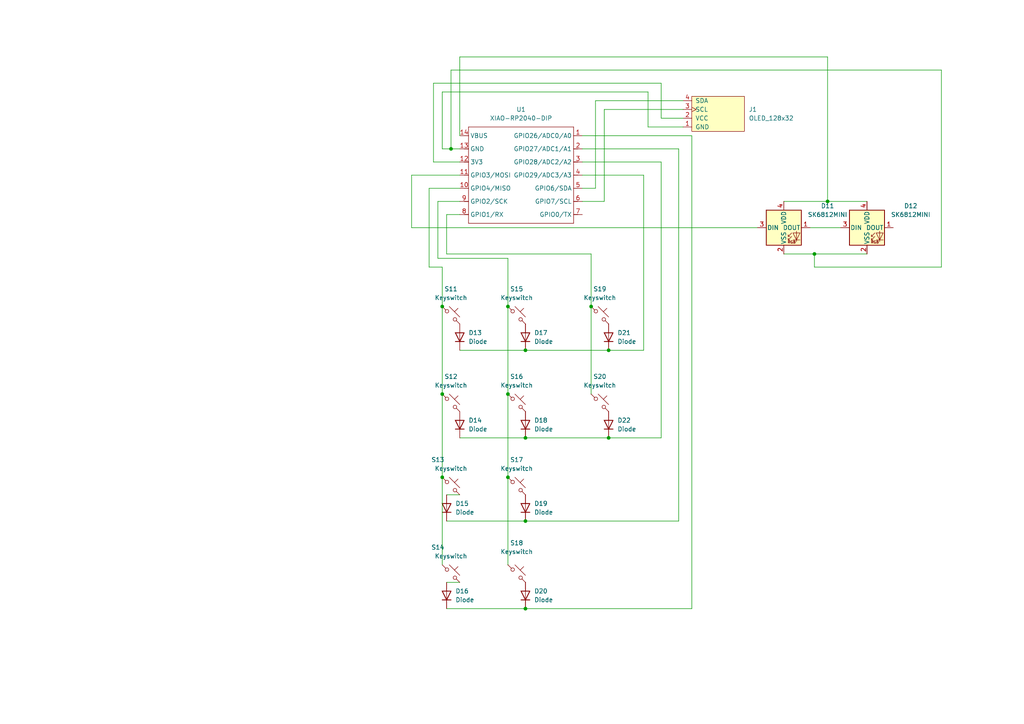
<source format=kicad_sch>
(kicad_sch
	(version 20231120)
	(generator "eeschema")
	(generator_version "8.0")
	(uuid "2e673fbb-7f52-46a3-ab42-1313c27ffebb")
	(paper "A4")
	(lib_symbols
		(symbol "LED:SK6812MINI"
			(pin_names
				(offset 0.254)
			)
			(exclude_from_sim no)
			(in_bom yes)
			(on_board yes)
			(property "Reference" "D"
				(at 5.08 5.715 0)
				(effects
					(font
						(size 1.27 1.27)
					)
					(justify right bottom)
				)
			)
			(property "Value" "SK6812MINI"
				(at 1.27 -5.715 0)
				(effects
					(font
						(size 1.27 1.27)
					)
					(justify left top)
				)
			)
			(property "Footprint" "LED_SMD:LED_SK6812MINI_PLCC4_3.5x3.5mm_P1.75mm"
				(at 1.27 -7.62 0)
				(effects
					(font
						(size 1.27 1.27)
					)
					(justify left top)
					(hide yes)
				)
			)
			(property "Datasheet" "https://cdn-shop.adafruit.com/product-files/2686/SK6812MINI_REV.01-1-2.pdf"
				(at 2.54 -9.525 0)
				(effects
					(font
						(size 1.27 1.27)
					)
					(justify left top)
					(hide yes)
				)
			)
			(property "Description" "RGB LED with integrated controller"
				(at 0 0 0)
				(effects
					(font
						(size 1.27 1.27)
					)
					(hide yes)
				)
			)
			(property "ki_keywords" "RGB LED NeoPixel Mini addressable"
				(at 0 0 0)
				(effects
					(font
						(size 1.27 1.27)
					)
					(hide yes)
				)
			)
			(property "ki_fp_filters" "LED*SK6812MINI*PLCC*3.5x3.5mm*P1.75mm*"
				(at 0 0 0)
				(effects
					(font
						(size 1.27 1.27)
					)
					(hide yes)
				)
			)
			(symbol "SK6812MINI_0_0"
				(text "RGB"
					(at 2.286 -4.191 0)
					(effects
						(font
							(size 0.762 0.762)
						)
					)
				)
			)
			(symbol "SK6812MINI_0_1"
				(polyline
					(pts
						(xy 1.27 -3.556) (xy 1.778 -3.556)
					)
					(stroke
						(width 0)
						(type default)
					)
					(fill
						(type none)
					)
				)
				(polyline
					(pts
						(xy 1.27 -2.54) (xy 1.778 -2.54)
					)
					(stroke
						(width 0)
						(type default)
					)
					(fill
						(type none)
					)
				)
				(polyline
					(pts
						(xy 4.699 -3.556) (xy 2.667 -3.556)
					)
					(stroke
						(width 0)
						(type default)
					)
					(fill
						(type none)
					)
				)
				(polyline
					(pts
						(xy 2.286 -2.54) (xy 1.27 -3.556) (xy 1.27 -3.048)
					)
					(stroke
						(width 0)
						(type default)
					)
					(fill
						(type none)
					)
				)
				(polyline
					(pts
						(xy 2.286 -1.524) (xy 1.27 -2.54) (xy 1.27 -2.032)
					)
					(stroke
						(width 0)
						(type default)
					)
					(fill
						(type none)
					)
				)
				(polyline
					(pts
						(xy 3.683 -1.016) (xy 3.683 -3.556) (xy 3.683 -4.064)
					)
					(stroke
						(width 0)
						(type default)
					)
					(fill
						(type none)
					)
				)
				(polyline
					(pts
						(xy 4.699 -1.524) (xy 2.667 -1.524) (xy 3.683 -3.556) (xy 4.699 -1.524)
					)
					(stroke
						(width 0)
						(type default)
					)
					(fill
						(type none)
					)
				)
				(rectangle
					(start 5.08 5.08)
					(end -5.08 -5.08)
					(stroke
						(width 0.254)
						(type default)
					)
					(fill
						(type background)
					)
				)
			)
			(symbol "SK6812MINI_1_1"
				(pin output line
					(at 7.62 0 180)
					(length 2.54)
					(name "DOUT"
						(effects
							(font
								(size 1.27 1.27)
							)
						)
					)
					(number "1"
						(effects
							(font
								(size 1.27 1.27)
							)
						)
					)
				)
				(pin power_in line
					(at 0 -7.62 90)
					(length 2.54)
					(name "VSS"
						(effects
							(font
								(size 1.27 1.27)
							)
						)
					)
					(number "2"
						(effects
							(font
								(size 1.27 1.27)
							)
						)
					)
				)
				(pin input line
					(at -7.62 0 0)
					(length 2.54)
					(name "DIN"
						(effects
							(font
								(size 1.27 1.27)
							)
						)
					)
					(number "3"
						(effects
							(font
								(size 1.27 1.27)
							)
						)
					)
				)
				(pin power_in line
					(at 0 7.62 270)
					(length 2.54)
					(name "VDD"
						(effects
							(font
								(size 1.27 1.27)
							)
						)
					)
					(number "4"
						(effects
							(font
								(size 1.27 1.27)
							)
						)
					)
				)
			)
		)
		(symbol "OPL:XIAO-RP2040-DIP"
			(exclude_from_sim no)
			(in_bom yes)
			(on_board yes)
			(property "Reference" "U"
				(at 0 0 0)
				(effects
					(font
						(size 1.27 1.27)
					)
				)
			)
			(property "Value" "XIAO-RP2040-DIP"
				(at 5.334 -1.778 0)
				(effects
					(font
						(size 1.27 1.27)
					)
				)
			)
			(property "Footprint" "Module:MOUDLE14P-XIAO-DIP-SMD"
				(at 14.478 -32.258 0)
				(effects
					(font
						(size 1.27 1.27)
					)
					(hide yes)
				)
			)
			(property "Datasheet" ""
				(at 0 0 0)
				(effects
					(font
						(size 1.27 1.27)
					)
					(hide yes)
				)
			)
			(property "Description" ""
				(at 0 0 0)
				(effects
					(font
						(size 1.27 1.27)
					)
					(hide yes)
				)
			)
			(symbol "XIAO-RP2040-DIP_1_0"
				(polyline
					(pts
						(xy -1.27 -30.48) (xy -1.27 -16.51)
					)
					(stroke
						(width 0.1524)
						(type solid)
					)
					(fill
						(type none)
					)
				)
				(polyline
					(pts
						(xy -1.27 -27.94) (xy -2.54 -27.94)
					)
					(stroke
						(width 0.1524)
						(type solid)
					)
					(fill
						(type none)
					)
				)
				(polyline
					(pts
						(xy -1.27 -24.13) (xy -2.54 -24.13)
					)
					(stroke
						(width 0.1524)
						(type solid)
					)
					(fill
						(type none)
					)
				)
				(polyline
					(pts
						(xy -1.27 -20.32) (xy -2.54 -20.32)
					)
					(stroke
						(width 0.1524)
						(type solid)
					)
					(fill
						(type none)
					)
				)
				(polyline
					(pts
						(xy -1.27 -16.51) (xy -2.54 -16.51)
					)
					(stroke
						(width 0.1524)
						(type solid)
					)
					(fill
						(type none)
					)
				)
				(polyline
					(pts
						(xy -1.27 -16.51) (xy -1.27 -12.7)
					)
					(stroke
						(width 0.1524)
						(type solid)
					)
					(fill
						(type none)
					)
				)
				(polyline
					(pts
						(xy -1.27 -12.7) (xy -2.54 -12.7)
					)
					(stroke
						(width 0.1524)
						(type solid)
					)
					(fill
						(type none)
					)
				)
				(polyline
					(pts
						(xy -1.27 -12.7) (xy -1.27 -8.89)
					)
					(stroke
						(width 0.1524)
						(type solid)
					)
					(fill
						(type none)
					)
				)
				(polyline
					(pts
						(xy -1.27 -8.89) (xy -2.54 -8.89)
					)
					(stroke
						(width 0.1524)
						(type solid)
					)
					(fill
						(type none)
					)
				)
				(polyline
					(pts
						(xy -1.27 -8.89) (xy -1.27 -5.08)
					)
					(stroke
						(width 0.1524)
						(type solid)
					)
					(fill
						(type none)
					)
				)
				(polyline
					(pts
						(xy -1.27 -5.08) (xy -2.54 -5.08)
					)
					(stroke
						(width 0.1524)
						(type solid)
					)
					(fill
						(type none)
					)
				)
				(polyline
					(pts
						(xy -1.27 -5.08) (xy -1.27 -2.54)
					)
					(stroke
						(width 0.1524)
						(type solid)
					)
					(fill
						(type none)
					)
				)
				(polyline
					(pts
						(xy -1.27 -2.54) (xy 29.21 -2.54)
					)
					(stroke
						(width 0.1524)
						(type solid)
					)
					(fill
						(type none)
					)
				)
				(polyline
					(pts
						(xy 29.21 -30.48) (xy -1.27 -30.48)
					)
					(stroke
						(width 0.1524)
						(type solid)
					)
					(fill
						(type none)
					)
				)
				(polyline
					(pts
						(xy 29.21 -12.7) (xy 29.21 -30.48)
					)
					(stroke
						(width 0.1524)
						(type solid)
					)
					(fill
						(type none)
					)
				)
				(polyline
					(pts
						(xy 29.21 -8.89) (xy 29.21 -12.7)
					)
					(stroke
						(width 0.1524)
						(type solid)
					)
					(fill
						(type none)
					)
				)
				(polyline
					(pts
						(xy 29.21 -5.08) (xy 29.21 -8.89)
					)
					(stroke
						(width 0.1524)
						(type solid)
					)
					(fill
						(type none)
					)
				)
				(polyline
					(pts
						(xy 29.21 -2.54) (xy 29.21 -5.08)
					)
					(stroke
						(width 0.1524)
						(type solid)
					)
					(fill
						(type none)
					)
				)
				(polyline
					(pts
						(xy 30.48 -27.94) (xy 29.21 -27.94)
					)
					(stroke
						(width 0.1524)
						(type solid)
					)
					(fill
						(type none)
					)
				)
				(polyline
					(pts
						(xy 30.48 -24.13) (xy 29.21 -24.13)
					)
					(stroke
						(width 0.1524)
						(type solid)
					)
					(fill
						(type none)
					)
				)
				(polyline
					(pts
						(xy 30.48 -20.32) (xy 29.21 -20.32)
					)
					(stroke
						(width 0.1524)
						(type solid)
					)
					(fill
						(type none)
					)
				)
				(polyline
					(pts
						(xy 30.48 -16.51) (xy 29.21 -16.51)
					)
					(stroke
						(width 0.1524)
						(type solid)
					)
					(fill
						(type none)
					)
				)
				(polyline
					(pts
						(xy 30.48 -12.7) (xy 29.21 -12.7)
					)
					(stroke
						(width 0.1524)
						(type solid)
					)
					(fill
						(type none)
					)
				)
				(polyline
					(pts
						(xy 30.48 -8.89) (xy 29.21 -8.89)
					)
					(stroke
						(width 0.1524)
						(type solid)
					)
					(fill
						(type none)
					)
				)
				(polyline
					(pts
						(xy 30.48 -5.08) (xy 29.21 -5.08)
					)
					(stroke
						(width 0.1524)
						(type solid)
					)
					(fill
						(type none)
					)
				)
				(pin passive line
					(at -3.81 -5.08 0)
					(length 2.54)
					(name "GPIO26/ADC0/A0"
						(effects
							(font
								(size 1.27 1.27)
							)
						)
					)
					(number "1"
						(effects
							(font
								(size 1.27 1.27)
							)
						)
					)
				)
				(pin passive line
					(at 31.75 -20.32 180)
					(length 2.54)
					(name "GPIO4/MISO"
						(effects
							(font
								(size 1.27 1.27)
							)
						)
					)
					(number "10"
						(effects
							(font
								(size 1.27 1.27)
							)
						)
					)
				)
				(pin passive line
					(at 31.75 -16.51 180)
					(length 2.54)
					(name "GPIO3/MOSI"
						(effects
							(font
								(size 1.27 1.27)
							)
						)
					)
					(number "11"
						(effects
							(font
								(size 1.27 1.27)
							)
						)
					)
				)
				(pin passive line
					(at 31.75 -12.7 180)
					(length 2.54)
					(name "3V3"
						(effects
							(font
								(size 1.27 1.27)
							)
						)
					)
					(number "12"
						(effects
							(font
								(size 1.27 1.27)
							)
						)
					)
				)
				(pin passive line
					(at 31.75 -8.89 180)
					(length 2.54)
					(name "GND"
						(effects
							(font
								(size 1.27 1.27)
							)
						)
					)
					(number "13"
						(effects
							(font
								(size 1.27 1.27)
							)
						)
					)
				)
				(pin passive line
					(at 31.75 -5.08 180)
					(length 2.54)
					(name "VBUS"
						(effects
							(font
								(size 1.27 1.27)
							)
						)
					)
					(number "14"
						(effects
							(font
								(size 1.27 1.27)
							)
						)
					)
				)
				(pin passive line
					(at -3.81 -8.89 0)
					(length 2.54)
					(name "GPIO27/ADC1/A1"
						(effects
							(font
								(size 1.27 1.27)
							)
						)
					)
					(number "2"
						(effects
							(font
								(size 1.27 1.27)
							)
						)
					)
				)
				(pin passive line
					(at -3.81 -12.7 0)
					(length 2.54)
					(name "GPIO28/ADC2/A2"
						(effects
							(font
								(size 1.27 1.27)
							)
						)
					)
					(number "3"
						(effects
							(font
								(size 1.27 1.27)
							)
						)
					)
				)
				(pin passive line
					(at -3.81 -16.51 0)
					(length 2.54)
					(name "GPIO29/ADC3/A3"
						(effects
							(font
								(size 1.27 1.27)
							)
						)
					)
					(number "4"
						(effects
							(font
								(size 1.27 1.27)
							)
						)
					)
				)
				(pin passive line
					(at -3.81 -20.32 0)
					(length 2.54)
					(name "GPIO6/SDA"
						(effects
							(font
								(size 1.27 1.27)
							)
						)
					)
					(number "5"
						(effects
							(font
								(size 1.27 1.27)
							)
						)
					)
				)
				(pin passive line
					(at -3.81 -24.13 0)
					(length 2.54)
					(name "GPIO7/SCL"
						(effects
							(font
								(size 1.27 1.27)
							)
						)
					)
					(number "6"
						(effects
							(font
								(size 1.27 1.27)
							)
						)
					)
				)
				(pin passive line
					(at -3.81 -27.94 0)
					(length 2.54)
					(name "GPIO0/TX"
						(effects
							(font
								(size 1.27 1.27)
							)
						)
					)
					(number "7"
						(effects
							(font
								(size 1.27 1.27)
							)
						)
					)
				)
				(pin passive line
					(at 31.75 -27.94 180)
					(length 2.54)
					(name "GPIO1/RX"
						(effects
							(font
								(size 1.27 1.27)
							)
						)
					)
					(number "8"
						(effects
							(font
								(size 1.27 1.27)
							)
						)
					)
				)
				(pin passive line
					(at 31.75 -24.13 180)
					(length 2.54)
					(name "GPIO2/SCK"
						(effects
							(font
								(size 1.27 1.27)
							)
						)
					)
					(number "9"
						(effects
							(font
								(size 1.27 1.27)
							)
						)
					)
				)
			)
		)
		(symbol "ScottoKeebs:OLED_128x32"
			(pin_names
				(offset 1.016)
			)
			(exclude_from_sim no)
			(in_bom yes)
			(on_board yes)
			(property "Reference" "J"
				(at 0 -6.35 0)
				(effects
					(font
						(size 1.27 1.27)
					)
				)
			)
			(property "Value" "OLED_128x32"
				(at 0 6.35 0)
				(effects
					(font
						(size 1.27 1.27)
					)
				)
			)
			(property "Footprint" "ScottoKeebs_Components:OLED_128x32"
				(at 0 8.89 0)
				(effects
					(font
						(size 1.27 1.27)
					)
					(hide yes)
				)
			)
			(property "Datasheet" ""
				(at 0 1.27 0)
				(effects
					(font
						(size 1.27 1.27)
					)
					(hide yes)
				)
			)
			(property "Description" ""
				(at 0 0 0)
				(effects
					(font
						(size 1.27 1.27)
					)
					(hide yes)
				)
			)
			(symbol "OLED_128x32_0_1"
				(rectangle
					(start 0 5.08)
					(end 15.24 -5.08)
					(stroke
						(width 0)
						(type default)
					)
					(fill
						(type background)
					)
				)
			)
			(symbol "OLED_128x32_1_1"
				(pin power_in line
					(at -2.54 -3.81 0)
					(length 2.54)
					(name "GND"
						(effects
							(font
								(size 1.27 1.27)
							)
						)
					)
					(number "1"
						(effects
							(font
								(size 1.27 1.27)
							)
						)
					)
				)
				(pin power_in line
					(at -2.54 -1.27 0)
					(length 2.54)
					(name "VCC"
						(effects
							(font
								(size 1.27 1.27)
							)
						)
					)
					(number "2"
						(effects
							(font
								(size 1.27 1.27)
							)
						)
					)
				)
				(pin input clock
					(at -2.54 1.27 0)
					(length 2.54)
					(name "SCL"
						(effects
							(font
								(size 1.27 1.27)
							)
						)
					)
					(number "3"
						(effects
							(font
								(size 1.27 1.27)
							)
						)
					)
				)
				(pin bidirectional line
					(at -2.54 3.81 0)
					(length 2.54)
					(name "SDA"
						(effects
							(font
								(size 1.27 1.27)
							)
						)
					)
					(number "4"
						(effects
							(font
								(size 1.27 1.27)
							)
						)
					)
				)
			)
		)
		(symbol "ScottoKeebs:Placeholder_Diode"
			(pin_numbers hide)
			(pin_names hide)
			(exclude_from_sim no)
			(in_bom yes)
			(on_board yes)
			(property "Reference" "D"
				(at 0 2.54 0)
				(effects
					(font
						(size 1.27 1.27)
					)
				)
			)
			(property "Value" "Diode"
				(at 0 -2.54 0)
				(effects
					(font
						(size 1.27 1.27)
					)
				)
			)
			(property "Footprint" ""
				(at 0 0 0)
				(effects
					(font
						(size 1.27 1.27)
					)
					(hide yes)
				)
			)
			(property "Datasheet" ""
				(at 0 0 0)
				(effects
					(font
						(size 1.27 1.27)
					)
					(hide yes)
				)
			)
			(property "Description" "1N4148 (DO-35) or 1N4148W (SOD-123)"
				(at 0 0 0)
				(effects
					(font
						(size 1.27 1.27)
					)
					(hide yes)
				)
			)
			(property "Sim.Device" "D"
				(at 0 0 0)
				(effects
					(font
						(size 1.27 1.27)
					)
					(hide yes)
				)
			)
			(property "Sim.Pins" "1=K 2=A"
				(at 0 0 0)
				(effects
					(font
						(size 1.27 1.27)
					)
					(hide yes)
				)
			)
			(property "ki_keywords" "diode"
				(at 0 0 0)
				(effects
					(font
						(size 1.27 1.27)
					)
					(hide yes)
				)
			)
			(property "ki_fp_filters" "D*DO?35*"
				(at 0 0 0)
				(effects
					(font
						(size 1.27 1.27)
					)
					(hide yes)
				)
			)
			(symbol "Placeholder_Diode_0_1"
				(polyline
					(pts
						(xy -1.27 1.27) (xy -1.27 -1.27)
					)
					(stroke
						(width 0.254)
						(type default)
					)
					(fill
						(type none)
					)
				)
				(polyline
					(pts
						(xy 1.27 0) (xy -1.27 0)
					)
					(stroke
						(width 0)
						(type default)
					)
					(fill
						(type none)
					)
				)
				(polyline
					(pts
						(xy 1.27 1.27) (xy 1.27 -1.27) (xy -1.27 0) (xy 1.27 1.27)
					)
					(stroke
						(width 0.254)
						(type default)
					)
					(fill
						(type none)
					)
				)
			)
			(symbol "Placeholder_Diode_1_1"
				(pin passive line
					(at -3.81 0 0)
					(length 2.54)
					(name "K"
						(effects
							(font
								(size 1.27 1.27)
							)
						)
					)
					(number "1"
						(effects
							(font
								(size 1.27 1.27)
							)
						)
					)
				)
				(pin passive line
					(at 3.81 0 180)
					(length 2.54)
					(name "A"
						(effects
							(font
								(size 1.27 1.27)
							)
						)
					)
					(number "2"
						(effects
							(font
								(size 1.27 1.27)
							)
						)
					)
				)
			)
		)
		(symbol "ScottoKeebs:Placeholder_Keyswitch"
			(pin_numbers hide)
			(pin_names
				(offset 1.016) hide)
			(exclude_from_sim no)
			(in_bom yes)
			(on_board yes)
			(property "Reference" "S"
				(at 3.048 1.016 0)
				(effects
					(font
						(size 1.27 1.27)
					)
					(justify left)
				)
			)
			(property "Value" "Keyswitch"
				(at 0 -3.81 0)
				(effects
					(font
						(size 1.27 1.27)
					)
				)
			)
			(property "Footprint" ""
				(at 0 0 0)
				(effects
					(font
						(size 1.27 1.27)
					)
					(hide yes)
				)
			)
			(property "Datasheet" "~"
				(at 0 0 0)
				(effects
					(font
						(size 1.27 1.27)
					)
					(hide yes)
				)
			)
			(property "Description" "Push button switch, normally open, two pins, 45° tilted"
				(at 0 0 0)
				(effects
					(font
						(size 1.27 1.27)
					)
					(hide yes)
				)
			)
			(property "ki_keywords" "switch normally-open pushbutton push-button"
				(at 0 0 0)
				(effects
					(font
						(size 1.27 1.27)
					)
					(hide yes)
				)
			)
			(symbol "Placeholder_Keyswitch_0_1"
				(circle
					(center -1.1684 1.1684)
					(radius 0.508)
					(stroke
						(width 0)
						(type default)
					)
					(fill
						(type none)
					)
				)
				(polyline
					(pts
						(xy -0.508 2.54) (xy 2.54 -0.508)
					)
					(stroke
						(width 0)
						(type default)
					)
					(fill
						(type none)
					)
				)
				(polyline
					(pts
						(xy 1.016 1.016) (xy 2.032 2.032)
					)
					(stroke
						(width 0)
						(type default)
					)
					(fill
						(type none)
					)
				)
				(polyline
					(pts
						(xy -2.54 2.54) (xy -1.524 1.524) (xy -1.524 1.524)
					)
					(stroke
						(width 0)
						(type default)
					)
					(fill
						(type none)
					)
				)
				(polyline
					(pts
						(xy 1.524 -1.524) (xy 2.54 -2.54) (xy 2.54 -2.54) (xy 2.54 -2.54)
					)
					(stroke
						(width 0)
						(type default)
					)
					(fill
						(type none)
					)
				)
				(circle
					(center 1.143 -1.1938)
					(radius 0.508)
					(stroke
						(width 0)
						(type default)
					)
					(fill
						(type none)
					)
				)
				(pin passive line
					(at -2.54 2.54 0)
					(length 0)
					(name "1"
						(effects
							(font
								(size 1.27 1.27)
							)
						)
					)
					(number "1"
						(effects
							(font
								(size 1.27 1.27)
							)
						)
					)
				)
				(pin passive line
					(at 2.54 -2.54 180)
					(length 0)
					(name "2"
						(effects
							(font
								(size 1.27 1.27)
							)
						)
					)
					(number "2"
						(effects
							(font
								(size 1.27 1.27)
							)
						)
					)
				)
			)
		)
	)
	(junction
		(at 240.03 58.42)
		(diameter 0)
		(color 0 0 0 0)
		(uuid "1b8a1c07-d300-4f5b-a5c4-b466cde49db1")
	)
	(junction
		(at 128.27 88.9)
		(diameter 0)
		(color 0 0 0 0)
		(uuid "1cc26c4f-099f-4980-a711-7f610f650aed")
	)
	(junction
		(at 128.27 138.43)
		(diameter 0)
		(color 0 0 0 0)
		(uuid "21f45b48-0cb5-43cf-a669-73248c155edb")
	)
	(junction
		(at 171.45 88.9)
		(diameter 0)
		(color 0 0 0 0)
		(uuid "24931467-8a75-4877-905a-735002a2ce34")
	)
	(junction
		(at 147.32 88.9)
		(diameter 0)
		(color 0 0 0 0)
		(uuid "2fe31cea-74b1-4f28-b360-df28605c8d89")
	)
	(junction
		(at 152.4 176.53)
		(diameter 0)
		(color 0 0 0 0)
		(uuid "38061e80-03ce-4574-8db6-defa3a5f4d6a")
	)
	(junction
		(at 128.27 114.3)
		(diameter 0)
		(color 0 0 0 0)
		(uuid "54e88773-f169-4287-8dc6-756220845ebc")
	)
	(junction
		(at 130.81 43.18)
		(diameter 0)
		(color 0 0 0 0)
		(uuid "560fb053-7254-4320-8807-24f83b0ff44d")
	)
	(junction
		(at 176.53 101.6)
		(diameter 0)
		(color 0 0 0 0)
		(uuid "5966b543-d9bf-446e-9553-68fb915beaa5")
	)
	(junction
		(at 236.22 73.66)
		(diameter 0)
		(color 0 0 0 0)
		(uuid "5f8a62cf-2145-47ff-a957-1e2f892233a5")
	)
	(junction
		(at 152.4 127)
		(diameter 0)
		(color 0 0 0 0)
		(uuid "6de7115f-bc2d-4f56-8dd9-7c121d2b75dc")
	)
	(junction
		(at 147.32 138.43)
		(diameter 0)
		(color 0 0 0 0)
		(uuid "77a63a2d-8056-4ccd-b7d8-b19898167884")
	)
	(junction
		(at 147.32 114.3)
		(diameter 0)
		(color 0 0 0 0)
		(uuid "873dc2b0-4215-4158-92e9-5cb635fe56a4")
	)
	(junction
		(at 152.4 151.13)
		(diameter 0)
		(color 0 0 0 0)
		(uuid "8d032ced-f400-4ab9-b28a-85317217451d")
	)
	(junction
		(at 152.4 101.6)
		(diameter 0)
		(color 0 0 0 0)
		(uuid "e3b64523-f709-42a2-8ff1-43de58a8ad5c")
	)
	(junction
		(at 176.53 127)
		(diameter 0)
		(color 0 0 0 0)
		(uuid "ffa452e9-99de-4325-ad6b-4ce15b7ab072")
	)
	(wire
		(pts
			(xy 187.96 26.67) (xy 128.27 26.67)
		)
		(stroke
			(width 0)
			(type default)
		)
		(uuid "0213a206-a6eb-407e-887d-cbe857e12e80")
	)
	(wire
		(pts
			(xy 152.4 151.13) (xy 196.85 151.13)
		)
		(stroke
			(width 0)
			(type default)
		)
		(uuid "04a3f858-c451-478c-8a06-59df45395e6b")
	)
	(wire
		(pts
			(xy 234.95 66.04) (xy 243.84 66.04)
		)
		(stroke
			(width 0)
			(type default)
		)
		(uuid "055cecff-512c-488c-a115-ac94234bb02a")
	)
	(wire
		(pts
			(xy 128.27 88.9) (xy 128.27 77.47)
		)
		(stroke
			(width 0)
			(type default)
		)
		(uuid "05c35f1e-b8f2-4de4-948f-781d88a4a054")
	)
	(wire
		(pts
			(xy 119.38 66.04) (xy 119.38 50.8)
		)
		(stroke
			(width 0)
			(type default)
		)
		(uuid "130a1113-4359-4888-8441-84cbd1683861")
	)
	(wire
		(pts
			(xy 186.69 101.6) (xy 186.69 50.8)
		)
		(stroke
			(width 0)
			(type default)
		)
		(uuid "1a136a32-4fff-4639-9e37-2c3e239b592f")
	)
	(wire
		(pts
			(xy 171.45 73.66) (xy 171.45 88.9)
		)
		(stroke
			(width 0)
			(type default)
		)
		(uuid "2192d710-f86f-4613-8d39-979b052e9177")
	)
	(wire
		(pts
			(xy 196.85 43.18) (xy 196.85 151.13)
		)
		(stroke
			(width 0)
			(type default)
		)
		(uuid "227b3e73-f874-4116-83dd-9bd153af893f")
	)
	(wire
		(pts
			(xy 191.77 34.29) (xy 191.77 24.13)
		)
		(stroke
			(width 0)
			(type default)
		)
		(uuid "2375ff0f-1167-4280-83d5-0341b1ecea4c")
	)
	(wire
		(pts
			(xy 128.27 138.43) (xy 128.27 114.3)
		)
		(stroke
			(width 0)
			(type default)
		)
		(uuid "24ee9e98-4717-4930-b0bb-e41e282308c9")
	)
	(wire
		(pts
			(xy 128.27 26.67) (xy 128.27 43.18)
		)
		(stroke
			(width 0)
			(type default)
		)
		(uuid "2862bd3b-ed64-4242-8728-1b802914fe0f")
	)
	(wire
		(pts
			(xy 127 74.93) (xy 127 58.42)
		)
		(stroke
			(width 0)
			(type default)
		)
		(uuid "295ac599-2d17-4940-aa0c-fa362ff9482e")
	)
	(wire
		(pts
			(xy 130.81 20.32) (xy 130.81 43.18)
		)
		(stroke
			(width 0)
			(type default)
		)
		(uuid "2e3e88e6-3d23-4b29-82f3-ab1645af47a2")
	)
	(wire
		(pts
			(xy 128.27 77.47) (xy 124.46 77.47)
		)
		(stroke
			(width 0)
			(type default)
		)
		(uuid "2fb2e9dd-ab8f-4f60-856b-d62a9603ce74")
	)
	(wire
		(pts
			(xy 130.81 43.18) (xy 133.35 43.18)
		)
		(stroke
			(width 0)
			(type default)
		)
		(uuid "2ffae90a-c9b9-43a5-9b2e-aaadc2d53b36")
	)
	(wire
		(pts
			(xy 124.46 77.47) (xy 124.46 54.61)
		)
		(stroke
			(width 0)
			(type default)
		)
		(uuid "3140ed48-353f-46e5-b747-23143a192536")
	)
	(wire
		(pts
			(xy 219.71 66.04) (xy 119.38 66.04)
		)
		(stroke
			(width 0)
			(type default)
		)
		(uuid "35f680aa-5525-4bfc-89c4-8f16708d82cd")
	)
	(wire
		(pts
			(xy 240.03 16.51) (xy 133.35 16.51)
		)
		(stroke
			(width 0)
			(type default)
		)
		(uuid "37582439-eccd-4896-a8a3-b809bfd4a029")
	)
	(wire
		(pts
			(xy 127 58.42) (xy 133.35 58.42)
		)
		(stroke
			(width 0)
			(type default)
		)
		(uuid "38303dcd-7244-4080-b733-a8a21507a544")
	)
	(wire
		(pts
			(xy 125.73 46.99) (xy 133.35 46.99)
		)
		(stroke
			(width 0)
			(type default)
		)
		(uuid "39eae208-59e0-4123-ae1f-d0e823b3cae9")
	)
	(wire
		(pts
			(xy 147.32 88.9) (xy 147.32 114.3)
		)
		(stroke
			(width 0)
			(type default)
		)
		(uuid "3d756955-2772-410b-a324-b4dc2612250a")
	)
	(wire
		(pts
			(xy 129.54 62.23) (xy 133.35 62.23)
		)
		(stroke
			(width 0)
			(type default)
		)
		(uuid "43dd995f-dcee-45d7-81cf-e33dcba420c0")
	)
	(wire
		(pts
			(xy 147.32 74.93) (xy 147.32 88.9)
		)
		(stroke
			(width 0)
			(type default)
		)
		(uuid "4561244c-1847-4a1b-8a27-72a3575ec616")
	)
	(wire
		(pts
			(xy 128.27 138.43) (xy 128.27 163.83)
		)
		(stroke
			(width 0)
			(type default)
		)
		(uuid "47907c16-e9ad-4ffd-9ac4-11ddd09ec942")
	)
	(wire
		(pts
			(xy 227.33 73.66) (xy 236.22 73.66)
		)
		(stroke
			(width 0)
			(type default)
		)
		(uuid "50b25931-4616-4c5d-95a4-53b30c82bf06")
	)
	(wire
		(pts
			(xy 200.66 176.53) (xy 200.66 39.37)
		)
		(stroke
			(width 0)
			(type default)
		)
		(uuid "521fccb2-ecf9-436b-b727-11ad24a3fea4")
	)
	(wire
		(pts
			(xy 273.05 20.32) (xy 130.81 20.32)
		)
		(stroke
			(width 0)
			(type default)
		)
		(uuid "57e4431a-a587-4a83-b9f9-7dec0fa08321")
	)
	(wire
		(pts
			(xy 187.96 36.83) (xy 187.96 26.67)
		)
		(stroke
			(width 0)
			(type default)
		)
		(uuid "5edf7ed6-31fe-42b3-89ff-b135066eb3f2")
	)
	(wire
		(pts
			(xy 133.35 101.6) (xy 152.4 101.6)
		)
		(stroke
			(width 0)
			(type default)
		)
		(uuid "6eb749a1-8eeb-4ea3-be14-b68ede9293b2")
	)
	(wire
		(pts
			(xy 147.32 114.3) (xy 147.32 138.43)
		)
		(stroke
			(width 0)
			(type default)
		)
		(uuid "731038ba-1923-4314-9664-fa63b5be28b8")
	)
	(wire
		(pts
			(xy 240.03 58.42) (xy 251.46 58.42)
		)
		(stroke
			(width 0)
			(type default)
		)
		(uuid "7735ea1b-dbc7-4c6e-85b5-5ad9c9cc9e62")
	)
	(wire
		(pts
			(xy 227.33 58.42) (xy 240.03 58.42)
		)
		(stroke
			(width 0)
			(type default)
		)
		(uuid "77c3eb5c-67a6-4a80-a1dc-0024634dee42")
	)
	(wire
		(pts
			(xy 191.77 24.13) (xy 125.73 24.13)
		)
		(stroke
			(width 0)
			(type default)
		)
		(uuid "7aba910e-85de-461f-907b-b82d464d9112")
	)
	(wire
		(pts
			(xy 133.35 127) (xy 152.4 127)
		)
		(stroke
			(width 0)
			(type default)
		)
		(uuid "7fbc714e-e153-45fc-9670-ed294e880f75")
	)
	(wire
		(pts
			(xy 172.72 29.21) (xy 172.72 54.61)
		)
		(stroke
			(width 0)
			(type default)
		)
		(uuid "8280155c-6972-40b6-8c72-1847b9264359")
	)
	(wire
		(pts
			(xy 171.45 73.66) (xy 129.54 73.66)
		)
		(stroke
			(width 0)
			(type default)
		)
		(uuid "848e3c4d-9671-49fb-bd72-12e1493dc294")
	)
	(wire
		(pts
			(xy 273.05 77.47) (xy 273.05 20.32)
		)
		(stroke
			(width 0)
			(type default)
		)
		(uuid "86d77f24-e05f-40a1-9015-c9f56883197d")
	)
	(wire
		(pts
			(xy 196.85 43.18) (xy 168.91 43.18)
		)
		(stroke
			(width 0)
			(type default)
		)
		(uuid "8ae408c9-a7fe-4a02-a1c2-0b3c09db5231")
	)
	(wire
		(pts
			(xy 125.73 24.13) (xy 125.73 46.99)
		)
		(stroke
			(width 0)
			(type default)
		)
		(uuid "8c1f18b5-2b78-40f1-8d02-0905cdc0621a")
	)
	(wire
		(pts
			(xy 198.12 29.21) (xy 172.72 29.21)
		)
		(stroke
			(width 0)
			(type default)
		)
		(uuid "8f0aaa8b-c189-4623-8e86-cf1ef99cf555")
	)
	(wire
		(pts
			(xy 176.53 101.6) (xy 186.69 101.6)
		)
		(stroke
			(width 0)
			(type default)
		)
		(uuid "8f44db1c-6d0c-4102-84d4-ba255406b922")
	)
	(wire
		(pts
			(xy 129.54 168.91) (xy 133.35 168.91)
		)
		(stroke
			(width 0)
			(type default)
		)
		(uuid "8fa3eb22-8a3f-4447-93ce-0aefefe01843")
	)
	(wire
		(pts
			(xy 191.77 46.99) (xy 168.91 46.99)
		)
		(stroke
			(width 0)
			(type default)
		)
		(uuid "9021b417-80e8-4211-bfef-744b29591944")
	)
	(wire
		(pts
			(xy 133.35 16.51) (xy 133.35 39.37)
		)
		(stroke
			(width 0)
			(type default)
		)
		(uuid "96cc3779-4be3-4f24-930f-e1e30d8c6699")
	)
	(wire
		(pts
			(xy 152.4 101.6) (xy 176.53 101.6)
		)
		(stroke
			(width 0)
			(type default)
		)
		(uuid "9833c809-3976-4d42-82fb-3a320ace81aa")
	)
	(wire
		(pts
			(xy 198.12 34.29) (xy 191.77 34.29)
		)
		(stroke
			(width 0)
			(type default)
		)
		(uuid "99b49e2d-9c51-43f4-941c-1e190b3d4406")
	)
	(wire
		(pts
			(xy 128.27 88.9) (xy 128.27 114.3)
		)
		(stroke
			(width 0)
			(type default)
		)
		(uuid "9d731b81-d1c8-42ed-8533-d009dee5acec")
	)
	(wire
		(pts
			(xy 236.22 73.66) (xy 251.46 73.66)
		)
		(stroke
			(width 0)
			(type default)
		)
		(uuid "9d8b3e25-caa8-442b-807a-95a0f5d7b427")
	)
	(wire
		(pts
			(xy 129.54 176.53) (xy 152.4 176.53)
		)
		(stroke
			(width 0)
			(type default)
		)
		(uuid "9da88bed-360b-4482-97f2-0630e3f1b700")
	)
	(wire
		(pts
			(xy 236.22 77.47) (xy 273.05 77.47)
		)
		(stroke
			(width 0)
			(type default)
		)
		(uuid "a1e78541-b70c-422a-8b69-2e0ad072fad5")
	)
	(wire
		(pts
			(xy 119.38 50.8) (xy 133.35 50.8)
		)
		(stroke
			(width 0)
			(type default)
		)
		(uuid "a2234dad-3051-49d7-a6a0-a12d590343a8")
	)
	(wire
		(pts
			(xy 124.46 54.61) (xy 133.35 54.61)
		)
		(stroke
			(width 0)
			(type default)
		)
		(uuid "a5304358-e2b7-4d76-b871-e2149baf85dd")
	)
	(wire
		(pts
			(xy 191.77 127) (xy 191.77 46.99)
		)
		(stroke
			(width 0)
			(type default)
		)
		(uuid "a5dced31-1c00-4614-b5bb-f9601e03e423")
	)
	(wire
		(pts
			(xy 175.26 58.42) (xy 168.91 58.42)
		)
		(stroke
			(width 0)
			(type default)
		)
		(uuid "aaa4ef4c-1558-44af-9b35-c89368e2f334")
	)
	(wire
		(pts
			(xy 129.54 151.13) (xy 152.4 151.13)
		)
		(stroke
			(width 0)
			(type default)
		)
		(uuid "b28aae57-7ed8-47ed-90ff-f1b2380df678")
	)
	(wire
		(pts
			(xy 198.12 36.83) (xy 187.96 36.83)
		)
		(stroke
			(width 0)
			(type default)
		)
		(uuid "b298f892-3492-449e-addc-b2e45a3a3f14")
	)
	(wire
		(pts
			(xy 171.45 88.9) (xy 171.45 114.3)
		)
		(stroke
			(width 0)
			(type default)
		)
		(uuid "b4a1c668-2a05-4314-9197-58d5403545bc")
	)
	(wire
		(pts
			(xy 147.32 74.93) (xy 127 74.93)
		)
		(stroke
			(width 0)
			(type default)
		)
		(uuid "bce91f1e-ca2e-49c2-b8ba-15c56ba44a95")
	)
	(wire
		(pts
			(xy 240.03 58.42) (xy 240.03 16.51)
		)
		(stroke
			(width 0)
			(type default)
		)
		(uuid "c14ed465-a889-4741-8c42-05aee31fda9f")
	)
	(wire
		(pts
			(xy 129.54 143.51) (xy 133.35 143.51)
		)
		(stroke
			(width 0)
			(type default)
		)
		(uuid "c3783e6e-d72e-4fb1-8f60-596d705f2daf")
	)
	(wire
		(pts
			(xy 175.26 31.75) (xy 175.26 58.42)
		)
		(stroke
			(width 0)
			(type default)
		)
		(uuid "c9958725-965c-4dc9-9dba-77d1bda4cbc1")
	)
	(wire
		(pts
			(xy 152.4 127) (xy 176.53 127)
		)
		(stroke
			(width 0)
			(type default)
		)
		(uuid "c9cce1e4-9578-447b-baa0-30f1488778c5")
	)
	(wire
		(pts
			(xy 200.66 39.37) (xy 168.91 39.37)
		)
		(stroke
			(width 0)
			(type default)
		)
		(uuid "cf24f6a5-0e44-4ebe-b442-cfdd23752b9f")
	)
	(wire
		(pts
			(xy 128.27 43.18) (xy 130.81 43.18)
		)
		(stroke
			(width 0)
			(type default)
		)
		(uuid "dd2ee596-c654-4563-a11b-b3ae04f8c2a3")
	)
	(wire
		(pts
			(xy 129.54 73.66) (xy 129.54 62.23)
		)
		(stroke
			(width 0)
			(type default)
		)
		(uuid "dd3d6fd4-a330-4524-842e-5f5335dd05bb")
	)
	(wire
		(pts
			(xy 176.53 127) (xy 191.77 127)
		)
		(stroke
			(width 0)
			(type default)
		)
		(uuid "e15ac7dd-0463-499f-9347-55fa45232f20")
	)
	(wire
		(pts
			(xy 172.72 54.61) (xy 168.91 54.61)
		)
		(stroke
			(width 0)
			(type default)
		)
		(uuid "e44b264d-f3c8-4892-b15f-2d331fe11e69")
	)
	(wire
		(pts
			(xy 198.12 31.75) (xy 175.26 31.75)
		)
		(stroke
			(width 0)
			(type default)
		)
		(uuid "ead10e94-74ac-4ecb-bad0-659890e31524")
	)
	(wire
		(pts
			(xy 152.4 176.53) (xy 200.66 176.53)
		)
		(stroke
			(width 0)
			(type default)
		)
		(uuid "f33394c4-6d30-4d10-86d3-07af9d0d21f1")
	)
	(wire
		(pts
			(xy 147.32 138.43) (xy 147.32 163.83)
		)
		(stroke
			(width 0)
			(type default)
		)
		(uuid "f915be40-122b-41dc-95dc-8e37a9d676c5")
	)
	(wire
		(pts
			(xy 186.69 50.8) (xy 168.91 50.8)
		)
		(stroke
			(width 0)
			(type default)
		)
		(uuid "f94eb6c7-c73b-4eaf-98af-767e8f46e15b")
	)
	(wire
		(pts
			(xy 236.22 73.66) (xy 236.22 77.47)
		)
		(stroke
			(width 0)
			(type default)
		)
		(uuid "fd934e0b-83be-4121-a41c-ea4600d59fc9")
	)
	(symbol
		(lib_id "ScottoKeebs:Placeholder_Diode")
		(at 176.53 123.19 90)
		(unit 1)
		(exclude_from_sim no)
		(in_bom yes)
		(on_board yes)
		(dnp no)
		(fields_autoplaced yes)
		(uuid "167c8e09-e410-424d-a58d-c9350e333d57")
		(property "Reference" "D22"
			(at 179.07 121.9199 90)
			(effects
				(font
					(size 1.27 1.27)
				)
				(justify right)
			)
		)
		(property "Value" "Diode"
			(at 179.07 124.4599 90)
			(effects
				(font
					(size 1.27 1.27)
				)
				(justify right)
			)
		)
		(property "Footprint" "ScottoKeebs_Components:Diode_DO-35"
			(at 176.53 123.19 0)
			(effects
				(font
					(size 1.27 1.27)
				)
				(hide yes)
			)
		)
		(property "Datasheet" ""
			(at 176.53 123.19 0)
			(effects
				(font
					(size 1.27 1.27)
				)
				(hide yes)
			)
		)
		(property "Description" "1N4148 (DO-35) or 1N4148W (SOD-123)"
			(at 176.53 123.19 0)
			(effects
				(font
					(size 1.27 1.27)
				)
				(hide yes)
			)
		)
		(property "Sim.Device" "D"
			(at 176.53 123.19 0)
			(effects
				(font
					(size 1.27 1.27)
				)
				(hide yes)
			)
		)
		(property "Sim.Pins" "1=K 2=A"
			(at 176.53 123.19 0)
			(effects
				(font
					(size 1.27 1.27)
				)
				(hide yes)
			)
		)
		(pin "2"
			(uuid "8530843d-ba26-47fc-a722-aa56e984aa5c")
		)
		(pin "1"
			(uuid "f8f2cf58-5df2-46b3-84a0-994626d476ae")
		)
		(instances
			(project "Console"
				(path "/2e673fbb-7f52-46a3-ab42-1313c27ffebb"
					(reference "D22")
					(unit 1)
				)
			)
		)
	)
	(symbol
		(lib_id "ScottoKeebs:Placeholder_Keyswitch")
		(at 149.86 116.84 0)
		(unit 1)
		(exclude_from_sim no)
		(in_bom yes)
		(on_board yes)
		(dnp no)
		(fields_autoplaced yes)
		(uuid "187082aa-ce22-4414-a462-41c123b42c10")
		(property "Reference" "S16"
			(at 149.86 109.22 0)
			(effects
				(font
					(size 1.27 1.27)
				)
			)
		)
		(property "Value" "Keyswitch"
			(at 149.86 111.76 0)
			(effects
				(font
					(size 1.27 1.27)
				)
			)
		)
		(property "Footprint" "Button_Switch_Keyboard:SW_Cherry_MX_1.00u_PCB"
			(at 149.86 116.84 0)
			(effects
				(font
					(size 1.27 1.27)
				)
				(hide yes)
			)
		)
		(property "Datasheet" "~"
			(at 149.86 116.84 0)
			(effects
				(font
					(size 1.27 1.27)
				)
				(hide yes)
			)
		)
		(property "Description" "Push button switch, normally open, two pins, 45° tilted"
			(at 149.86 116.84 0)
			(effects
				(font
					(size 1.27 1.27)
				)
				(hide yes)
			)
		)
		(pin "2"
			(uuid "19c53bf4-8808-450f-b58e-5898195cc65d")
		)
		(pin "1"
			(uuid "3b026e86-b467-4d62-aba7-435b0747799b")
		)
		(instances
			(project "Console"
				(path "/2e673fbb-7f52-46a3-ab42-1313c27ffebb"
					(reference "S16")
					(unit 1)
				)
			)
		)
	)
	(symbol
		(lib_id "ScottoKeebs:Placeholder_Diode")
		(at 176.53 97.79 90)
		(unit 1)
		(exclude_from_sim no)
		(in_bom yes)
		(on_board yes)
		(dnp no)
		(fields_autoplaced yes)
		(uuid "1bcef867-fc77-406a-8e34-94120dbf9b63")
		(property "Reference" "D21"
			(at 179.07 96.5199 90)
			(effects
				(font
					(size 1.27 1.27)
				)
				(justify right)
			)
		)
		(property "Value" "Diode"
			(at 179.07 99.0599 90)
			(effects
				(font
					(size 1.27 1.27)
				)
				(justify right)
			)
		)
		(property "Footprint" "ScottoKeebs_Components:Diode_DO-35"
			(at 176.53 97.79 0)
			(effects
				(font
					(size 1.27 1.27)
				)
				(hide yes)
			)
		)
		(property "Datasheet" ""
			(at 176.53 97.79 0)
			(effects
				(font
					(size 1.27 1.27)
				)
				(hide yes)
			)
		)
		(property "Description" "1N4148 (DO-35) or 1N4148W (SOD-123)"
			(at 176.53 97.79 0)
			(effects
				(font
					(size 1.27 1.27)
				)
				(hide yes)
			)
		)
		(property "Sim.Device" "D"
			(at 176.53 97.79 0)
			(effects
				(font
					(size 1.27 1.27)
				)
				(hide yes)
			)
		)
		(property "Sim.Pins" "1=K 2=A"
			(at 176.53 97.79 0)
			(effects
				(font
					(size 1.27 1.27)
				)
				(hide yes)
			)
		)
		(pin "2"
			(uuid "f338f4cf-b497-4e5e-851e-4666d3de4ccc")
		)
		(pin "1"
			(uuid "373ee822-654c-4cca-a0c4-4ff2fd335771")
		)
		(instances
			(project "Console"
				(path "/2e673fbb-7f52-46a3-ab42-1313c27ffebb"
					(reference "D21")
					(unit 1)
				)
			)
		)
	)
	(symbol
		(lib_id "ScottoKeebs:Placeholder_Diode")
		(at 152.4 97.79 90)
		(unit 1)
		(exclude_from_sim no)
		(in_bom yes)
		(on_board yes)
		(dnp no)
		(fields_autoplaced yes)
		(uuid "26a7816c-6d46-499e-9796-43e6008857df")
		(property "Reference" "D17"
			(at 154.94 96.5199 90)
			(effects
				(font
					(size 1.27 1.27)
				)
				(justify right)
			)
		)
		(property "Value" "Diode"
			(at 154.94 99.0599 90)
			(effects
				(font
					(size 1.27 1.27)
				)
				(justify right)
			)
		)
		(property "Footprint" "ScottoKeebs_Components:Diode_DO-35"
			(at 152.4 97.79 0)
			(effects
				(font
					(size 1.27 1.27)
				)
				(hide yes)
			)
		)
		(property "Datasheet" ""
			(at 152.4 97.79 0)
			(effects
				(font
					(size 1.27 1.27)
				)
				(hide yes)
			)
		)
		(property "Description" "1N4148 (DO-35) or 1N4148W (SOD-123)"
			(at 152.4 97.79 0)
			(effects
				(font
					(size 1.27 1.27)
				)
				(hide yes)
			)
		)
		(property "Sim.Device" "D"
			(at 152.4 97.79 0)
			(effects
				(font
					(size 1.27 1.27)
				)
				(hide yes)
			)
		)
		(property "Sim.Pins" "1=K 2=A"
			(at 152.4 97.79 0)
			(effects
				(font
					(size 1.27 1.27)
				)
				(hide yes)
			)
		)
		(pin "2"
			(uuid "667af602-b46c-44fc-add7-6e18b7fb74e9")
		)
		(pin "1"
			(uuid "72bbb484-f9e6-4f8a-928a-2e4227dac7bd")
		)
		(instances
			(project "Console"
				(path "/2e673fbb-7f52-46a3-ab42-1313c27ffebb"
					(reference "D17")
					(unit 1)
				)
			)
		)
	)
	(symbol
		(lib_id "ScottoKeebs:Placeholder_Keyswitch")
		(at 130.81 116.84 0)
		(unit 1)
		(exclude_from_sim no)
		(in_bom yes)
		(on_board yes)
		(dnp no)
		(fields_autoplaced yes)
		(uuid "29f44135-94a6-46d5-9605-a7e3dbf09791")
		(property "Reference" "S12"
			(at 130.81 109.22 0)
			(effects
				(font
					(size 1.27 1.27)
				)
			)
		)
		(property "Value" "Keyswitch"
			(at 130.81 111.76 0)
			(effects
				(font
					(size 1.27 1.27)
				)
			)
		)
		(property "Footprint" "Button_Switch_Keyboard:SW_Cherry_MX_1.00u_PCB"
			(at 130.81 116.84 0)
			(effects
				(font
					(size 1.27 1.27)
				)
				(hide yes)
			)
		)
		(property "Datasheet" "~"
			(at 130.81 116.84 0)
			(effects
				(font
					(size 1.27 1.27)
				)
				(hide yes)
			)
		)
		(property "Description" "Push button switch, normally open, two pins, 45° tilted"
			(at 130.81 116.84 0)
			(effects
				(font
					(size 1.27 1.27)
				)
				(hide yes)
			)
		)
		(pin "2"
			(uuid "4437f47e-ecad-4f0f-be65-79ae7db3ad3d")
		)
		(pin "1"
			(uuid "dca8678d-a8b2-4226-9e55-605729cc481c")
		)
		(instances
			(project "Console"
				(path "/2e673fbb-7f52-46a3-ab42-1313c27ffebb"
					(reference "S12")
					(unit 1)
				)
			)
		)
	)
	(symbol
		(lib_id "ScottoKeebs:Placeholder_Keyswitch")
		(at 130.81 140.97 0)
		(unit 1)
		(exclude_from_sim no)
		(in_bom yes)
		(on_board yes)
		(dnp no)
		(uuid "3597b605-cde0-4298-a0ed-0b00f463ddad")
		(property "Reference" "S13"
			(at 127 133.35 0)
			(effects
				(font
					(size 1.27 1.27)
				)
			)
		)
		(property "Value" "Keyswitch"
			(at 130.81 135.89 0)
			(effects
				(font
					(size 1.27 1.27)
				)
			)
		)
		(property "Footprint" "Button_Switch_Keyboard:SW_Cherry_MX_1.00u_PCB"
			(at 130.81 140.97 0)
			(effects
				(font
					(size 1.27 1.27)
				)
				(hide yes)
			)
		)
		(property "Datasheet" "~"
			(at 130.81 140.97 0)
			(effects
				(font
					(size 1.27 1.27)
				)
				(hide yes)
			)
		)
		(property "Description" "Push button switch, normally open, two pins, 45° tilted"
			(at 130.81 140.97 0)
			(effects
				(font
					(size 1.27 1.27)
				)
				(hide yes)
			)
		)
		(pin "2"
			(uuid "5e71726f-5a42-430c-b126-7429b115375e")
		)
		(pin "1"
			(uuid "ce6830f5-b950-41c9-b957-d3a58ecd87a1")
		)
		(instances
			(project "Console"
				(path "/2e673fbb-7f52-46a3-ab42-1313c27ffebb"
					(reference "S13")
					(unit 1)
				)
			)
		)
	)
	(symbol
		(lib_id "ScottoKeebs:Placeholder_Diode")
		(at 152.4 172.72 90)
		(unit 1)
		(exclude_from_sim no)
		(in_bom yes)
		(on_board yes)
		(dnp no)
		(fields_autoplaced yes)
		(uuid "399f04c9-4c67-4e82-b8c0-ff02a970f980")
		(property "Reference" "D20"
			(at 154.94 171.4499 90)
			(effects
				(font
					(size 1.27 1.27)
				)
				(justify right)
			)
		)
		(property "Value" "Diode"
			(at 154.94 173.9899 90)
			(effects
				(font
					(size 1.27 1.27)
				)
				(justify right)
			)
		)
		(property "Footprint" "ScottoKeebs_Components:Diode_DO-35"
			(at 152.4 172.72 0)
			(effects
				(font
					(size 1.27 1.27)
				)
				(hide yes)
			)
		)
		(property "Datasheet" ""
			(at 152.4 172.72 0)
			(effects
				(font
					(size 1.27 1.27)
				)
				(hide yes)
			)
		)
		(property "Description" "1N4148 (DO-35) or 1N4148W (SOD-123)"
			(at 152.4 172.72 0)
			(effects
				(font
					(size 1.27 1.27)
				)
				(hide yes)
			)
		)
		(property "Sim.Device" "D"
			(at 152.4 172.72 0)
			(effects
				(font
					(size 1.27 1.27)
				)
				(hide yes)
			)
		)
		(property "Sim.Pins" "1=K 2=A"
			(at 152.4 172.72 0)
			(effects
				(font
					(size 1.27 1.27)
				)
				(hide yes)
			)
		)
		(pin "2"
			(uuid "6b460de3-7f61-4821-b8b4-1511244f6635")
		)
		(pin "1"
			(uuid "bb490b0a-8ab9-4b15-9b04-208f234f5d71")
		)
		(instances
			(project "Console"
				(path "/2e673fbb-7f52-46a3-ab42-1313c27ffebb"
					(reference "D20")
					(unit 1)
				)
			)
		)
	)
	(symbol
		(lib_id "LED:SK6812MINI")
		(at 251.46 66.04 0)
		(unit 1)
		(exclude_from_sim no)
		(in_bom yes)
		(on_board yes)
		(dnp no)
		(fields_autoplaced yes)
		(uuid "43b33c22-f4a0-4773-9b94-c26c593c4a8f")
		(property "Reference" "D12"
			(at 264.16 59.7214 0)
			(effects
				(font
					(size 1.27 1.27)
				)
			)
		)
		(property "Value" "SK6812MINI"
			(at 264.16 62.2614 0)
			(effects
				(font
					(size 1.27 1.27)
				)
			)
		)
		(property "Footprint" "LED_SMD:LED_SK6812MINI_PLCC4_3.5x3.5mm_P1.75mm"
			(at 252.73 73.66 0)
			(effects
				(font
					(size 1.27 1.27)
				)
				(justify left top)
				(hide yes)
			)
		)
		(property "Datasheet" "https://cdn-shop.adafruit.com/product-files/2686/SK6812MINI_REV.01-1-2.pdf"
			(at 254 75.565 0)
			(effects
				(font
					(size 1.27 1.27)
				)
				(justify left top)
				(hide yes)
			)
		)
		(property "Description" "RGB LED with integrated controller"
			(at 251.46 66.04 0)
			(effects
				(font
					(size 1.27 1.27)
				)
				(hide yes)
			)
		)
		(pin "1"
			(uuid "74a56fff-d8d7-45fa-87e0-c1f54791b73f")
		)
		(pin "3"
			(uuid "6f1c28d6-e1b0-4309-b79c-dc6672b98f77")
		)
		(pin "2"
			(uuid "ea1ea5bc-b1b3-4e1a-adac-a2b33698ca39")
		)
		(pin "4"
			(uuid "29aca12f-aa6e-4026-9782-93745ff9dd68")
		)
		(instances
			(project "Console"
				(path "/2e673fbb-7f52-46a3-ab42-1313c27ffebb"
					(reference "D12")
					(unit 1)
				)
			)
		)
	)
	(symbol
		(lib_id "LED:SK6812MINI")
		(at 227.33 66.04 0)
		(unit 1)
		(exclude_from_sim no)
		(in_bom yes)
		(on_board yes)
		(dnp no)
		(fields_autoplaced yes)
		(uuid "515a6181-47d1-4e99-b07f-06e39dde15a9")
		(property "Reference" "D11"
			(at 240.03 59.7214 0)
			(effects
				(font
					(size 1.27 1.27)
				)
			)
		)
		(property "Value" "SK6812MINI"
			(at 240.03 62.2614 0)
			(effects
				(font
					(size 1.27 1.27)
				)
			)
		)
		(property "Footprint" "LED_SMD:LED_SK6812MINI_PLCC4_3.5x3.5mm_P1.75mm"
			(at 228.6 73.66 0)
			(effects
				(font
					(size 1.27 1.27)
				)
				(justify left top)
				(hide yes)
			)
		)
		(property "Datasheet" "https://cdn-shop.adafruit.com/product-files/2686/SK6812MINI_REV.01-1-2.pdf"
			(at 229.87 75.565 0)
			(effects
				(font
					(size 1.27 1.27)
				)
				(justify left top)
				(hide yes)
			)
		)
		(property "Description" "RGB LED with integrated controller"
			(at 227.33 66.04 0)
			(effects
				(font
					(size 1.27 1.27)
				)
				(hide yes)
			)
		)
		(pin "1"
			(uuid "5ecae2b0-deb5-4d30-be13-1f853539428d")
		)
		(pin "3"
			(uuid "e71931c2-e4a1-46d2-93de-34def03162c5")
		)
		(pin "2"
			(uuid "2f4e84db-dc54-49a2-8303-84bd5c7e701f")
		)
		(pin "4"
			(uuid "237bb593-a827-4f13-8eb9-732c2839e843")
		)
		(instances
			(project ""
				(path "/2e673fbb-7f52-46a3-ab42-1313c27ffebb"
					(reference "D11")
					(unit 1)
				)
			)
		)
	)
	(symbol
		(lib_id "ScottoKeebs:Placeholder_Keyswitch")
		(at 173.99 91.44 0)
		(unit 1)
		(exclude_from_sim no)
		(in_bom yes)
		(on_board yes)
		(dnp no)
		(fields_autoplaced yes)
		(uuid "615d40a0-cab1-4098-9e84-82320b2e6cf2")
		(property "Reference" "S19"
			(at 173.99 83.82 0)
			(effects
				(font
					(size 1.27 1.27)
				)
			)
		)
		(property "Value" "Keyswitch"
			(at 173.99 86.36 0)
			(effects
				(font
					(size 1.27 1.27)
				)
			)
		)
		(property "Footprint" "Button_Switch_Keyboard:SW_Cherry_MX_1.00u_PCB"
			(at 173.99 91.44 0)
			(effects
				(font
					(size 1.27 1.27)
				)
				(hide yes)
			)
		)
		(property "Datasheet" "~"
			(at 173.99 91.44 0)
			(effects
				(font
					(size 1.27 1.27)
				)
				(hide yes)
			)
		)
		(property "Description" "Push button switch, normally open, two pins, 45° tilted"
			(at 173.99 91.44 0)
			(effects
				(font
					(size 1.27 1.27)
				)
				(hide yes)
			)
		)
		(pin "2"
			(uuid "2f386873-5808-44bd-818c-f10e3c026053")
		)
		(pin "1"
			(uuid "478d07c0-3a81-4fe0-905a-3d680f2d4bea")
		)
		(instances
			(project "Console"
				(path "/2e673fbb-7f52-46a3-ab42-1313c27ffebb"
					(reference "S19")
					(unit 1)
				)
			)
		)
	)
	(symbol
		(lib_id "ScottoKeebs:Placeholder_Keyswitch")
		(at 130.81 91.44 0)
		(unit 1)
		(exclude_from_sim no)
		(in_bom yes)
		(on_board yes)
		(dnp no)
		(fields_autoplaced yes)
		(uuid "63fe72cc-5b81-4eef-89f6-7621bbaea256")
		(property "Reference" "S11"
			(at 130.81 83.82 0)
			(effects
				(font
					(size 1.27 1.27)
				)
			)
		)
		(property "Value" "Keyswitch"
			(at 130.81 86.36 0)
			(effects
				(font
					(size 1.27 1.27)
				)
			)
		)
		(property "Footprint" "Button_Switch_Keyboard:SW_Cherry_MX_1.00u_PCB"
			(at 130.81 91.44 0)
			(effects
				(font
					(size 1.27 1.27)
				)
				(hide yes)
			)
		)
		(property "Datasheet" "~"
			(at 130.81 91.44 0)
			(effects
				(font
					(size 1.27 1.27)
				)
				(hide yes)
			)
		)
		(property "Description" "Push button switch, normally open, two pins, 45° tilted"
			(at 130.81 91.44 0)
			(effects
				(font
					(size 1.27 1.27)
				)
				(hide yes)
			)
		)
		(pin "2"
			(uuid "09571caa-8416-4c8e-b2e9-057bd7fcb540")
		)
		(pin "1"
			(uuid "ba31737e-a8e2-4b5b-9330-3ac8d79b8ece")
		)
		(instances
			(project "Console"
				(path "/2e673fbb-7f52-46a3-ab42-1313c27ffebb"
					(reference "S11")
					(unit 1)
				)
			)
		)
	)
	(symbol
		(lib_id "ScottoKeebs:Placeholder_Diode")
		(at 133.35 123.19 90)
		(unit 1)
		(exclude_from_sim no)
		(in_bom yes)
		(on_board yes)
		(dnp no)
		(fields_autoplaced yes)
		(uuid "72a7e790-ab4a-47f9-847d-fadd9583eee6")
		(property "Reference" "D14"
			(at 135.89 121.9199 90)
			(effects
				(font
					(size 1.27 1.27)
				)
				(justify right)
			)
		)
		(property "Value" "Diode"
			(at 135.89 124.4599 90)
			(effects
				(font
					(size 1.27 1.27)
				)
				(justify right)
			)
		)
		(property "Footprint" "ScottoKeebs_Components:Diode_DO-35"
			(at 133.35 123.19 0)
			(effects
				(font
					(size 1.27 1.27)
				)
				(hide yes)
			)
		)
		(property "Datasheet" ""
			(at 133.35 123.19 0)
			(effects
				(font
					(size 1.27 1.27)
				)
				(hide yes)
			)
		)
		(property "Description" "1N4148 (DO-35) or 1N4148W (SOD-123)"
			(at 133.35 123.19 0)
			(effects
				(font
					(size 1.27 1.27)
				)
				(hide yes)
			)
		)
		(property "Sim.Device" "D"
			(at 133.35 123.19 0)
			(effects
				(font
					(size 1.27 1.27)
				)
				(hide yes)
			)
		)
		(property "Sim.Pins" "1=K 2=A"
			(at 133.35 123.19 0)
			(effects
				(font
					(size 1.27 1.27)
				)
				(hide yes)
			)
		)
		(pin "2"
			(uuid "b55c4583-5067-4c1b-a63c-8d75d69ba807")
		)
		(pin "1"
			(uuid "6108e246-33f5-4e5c-84b5-df1df6ac9dc4")
		)
		(instances
			(project "Console"
				(path "/2e673fbb-7f52-46a3-ab42-1313c27ffebb"
					(reference "D14")
					(unit 1)
				)
			)
		)
	)
	(symbol
		(lib_id "ScottoKeebs:Placeholder_Keyswitch")
		(at 173.99 116.84 0)
		(unit 1)
		(exclude_from_sim no)
		(in_bom yes)
		(on_board yes)
		(dnp no)
		(fields_autoplaced yes)
		(uuid "784ed54c-8d0c-484b-9a26-bb055ddf4811")
		(property "Reference" "S20"
			(at 173.99 109.22 0)
			(effects
				(font
					(size 1.27 1.27)
				)
			)
		)
		(property "Value" "Keyswitch"
			(at 173.99 111.76 0)
			(effects
				(font
					(size 1.27 1.27)
				)
			)
		)
		(property "Footprint" "Button_Switch_Keyboard:SW_Cherry_MX_1.00u_PCB"
			(at 173.99 116.84 0)
			(effects
				(font
					(size 1.27 1.27)
				)
				(hide yes)
			)
		)
		(property "Datasheet" "~"
			(at 173.99 116.84 0)
			(effects
				(font
					(size 1.27 1.27)
				)
				(hide yes)
			)
		)
		(property "Description" "Push button switch, normally open, two pins, 45° tilted"
			(at 173.99 116.84 0)
			(effects
				(font
					(size 1.27 1.27)
				)
				(hide yes)
			)
		)
		(pin "2"
			(uuid "bd0c5bef-9205-4ff6-9ac2-7441643fa014")
		)
		(pin "1"
			(uuid "119a0d53-fb25-42fb-9f5f-a032effeb3b4")
		)
		(instances
			(project "Console"
				(path "/2e673fbb-7f52-46a3-ab42-1313c27ffebb"
					(reference "S20")
					(unit 1)
				)
			)
		)
	)
	(symbol
		(lib_id "ScottoKeebs:Placeholder_Diode")
		(at 129.54 147.32 90)
		(unit 1)
		(exclude_from_sim no)
		(in_bom yes)
		(on_board yes)
		(dnp no)
		(fields_autoplaced yes)
		(uuid "8335d3ae-3609-458d-9a37-86ab88e3a178")
		(property "Reference" "D15"
			(at 132.08 146.0499 90)
			(effects
				(font
					(size 1.27 1.27)
				)
				(justify right)
			)
		)
		(property "Value" "Diode"
			(at 132.08 148.5899 90)
			(effects
				(font
					(size 1.27 1.27)
				)
				(justify right)
			)
		)
		(property "Footprint" "ScottoKeebs_Components:Diode_DO-35"
			(at 129.54 147.32 0)
			(effects
				(font
					(size 1.27 1.27)
				)
				(hide yes)
			)
		)
		(property "Datasheet" ""
			(at 129.54 147.32 0)
			(effects
				(font
					(size 1.27 1.27)
				)
				(hide yes)
			)
		)
		(property "Description" "1N4148 (DO-35) or 1N4148W (SOD-123)"
			(at 129.54 147.32 0)
			(effects
				(font
					(size 1.27 1.27)
				)
				(hide yes)
			)
		)
		(property "Sim.Device" "D"
			(at 129.54 147.32 0)
			(effects
				(font
					(size 1.27 1.27)
				)
				(hide yes)
			)
		)
		(property "Sim.Pins" "1=K 2=A"
			(at 129.54 147.32 0)
			(effects
				(font
					(size 1.27 1.27)
				)
				(hide yes)
			)
		)
		(pin "2"
			(uuid "d441e378-6ddc-474a-8fc7-23c336c3402b")
		)
		(pin "1"
			(uuid "4b90b6f3-dff9-4071-bbd0-8b6f35183d99")
		)
		(instances
			(project "Console"
				(path "/2e673fbb-7f52-46a3-ab42-1313c27ffebb"
					(reference "D15")
					(unit 1)
				)
			)
		)
	)
	(symbol
		(lib_id "ScottoKeebs:Placeholder_Diode")
		(at 129.54 172.72 90)
		(unit 1)
		(exclude_from_sim no)
		(in_bom yes)
		(on_board yes)
		(dnp no)
		(fields_autoplaced yes)
		(uuid "8ea033d5-58c4-4ab8-a289-928ab4e3f06e")
		(property "Reference" "D16"
			(at 132.08 171.4499 90)
			(effects
				(font
					(size 1.27 1.27)
				)
				(justify right)
			)
		)
		(property "Value" "Diode"
			(at 132.08 173.9899 90)
			(effects
				(font
					(size 1.27 1.27)
				)
				(justify right)
			)
		)
		(property "Footprint" "ScottoKeebs_Components:Diode_DO-35"
			(at 129.54 172.72 0)
			(effects
				(font
					(size 1.27 1.27)
				)
				(hide yes)
			)
		)
		(property "Datasheet" ""
			(at 129.54 172.72 0)
			(effects
				(font
					(size 1.27 1.27)
				)
				(hide yes)
			)
		)
		(property "Description" "1N4148 (DO-35) or 1N4148W (SOD-123)"
			(at 129.54 172.72 0)
			(effects
				(font
					(size 1.27 1.27)
				)
				(hide yes)
			)
		)
		(property "Sim.Device" "D"
			(at 129.54 172.72 0)
			(effects
				(font
					(size 1.27 1.27)
				)
				(hide yes)
			)
		)
		(property "Sim.Pins" "1=K 2=A"
			(at 129.54 172.72 0)
			(effects
				(font
					(size 1.27 1.27)
				)
				(hide yes)
			)
		)
		(pin "2"
			(uuid "5069af41-f708-4151-b363-5957a5310ad4")
		)
		(pin "1"
			(uuid "1768d1b3-7d9e-424d-b725-a2162ee1d763")
		)
		(instances
			(project "Console"
				(path "/2e673fbb-7f52-46a3-ab42-1313c27ffebb"
					(reference "D16")
					(unit 1)
				)
			)
		)
	)
	(symbol
		(lib_id "OPL:XIAO-RP2040-DIP")
		(at 165.1 34.29 0)
		(mirror y)
		(unit 1)
		(exclude_from_sim no)
		(in_bom yes)
		(on_board yes)
		(dnp no)
		(uuid "8ea178cb-3a2f-47f1-9d56-648d0e06291e")
		(property "Reference" "U1"
			(at 151.13 31.75 0)
			(effects
				(font
					(size 1.27 1.27)
				)
			)
		)
		(property "Value" "XIAO-RP2040-DIP"
			(at 151.13 34.29 0)
			(effects
				(font
					(size 1.27 1.27)
				)
			)
		)
		(property "Footprint" "OPL:XIAO-RP2040-DIP"
			(at 150.622 66.548 0)
			(effects
				(font
					(size 1.27 1.27)
				)
				(hide yes)
			)
		)
		(property "Datasheet" ""
			(at 165.1 34.29 0)
			(effects
				(font
					(size 1.27 1.27)
				)
				(hide yes)
			)
		)
		(property "Description" ""
			(at 165.1 34.29 0)
			(effects
				(font
					(size 1.27 1.27)
				)
				(hide yes)
			)
		)
		(pin "10"
			(uuid "6e088805-7e4f-43b2-bc39-68c2270b0c83")
		)
		(pin "2"
			(uuid "446d72f1-d236-4094-aab5-cfd911f84597")
		)
		(pin "8"
			(uuid "8c6d07e6-4fa0-4c15-941c-b799a39a605b")
		)
		(pin "1"
			(uuid "08397c1a-c59e-40a0-8db5-cb72ea4d3cc3")
		)
		(pin "11"
			(uuid "cbedd2dd-b180-4492-b2b2-9c045a3f956a")
		)
		(pin "12"
			(uuid "ffb15c16-1765-4b2d-9268-9ecb15521541")
		)
		(pin "14"
			(uuid "49c77ca8-8570-49d9-8149-375ac204c3b2")
		)
		(pin "13"
			(uuid "d29b9ce9-5924-4498-b181-249fe269eedc")
		)
		(pin "3"
			(uuid "8dcbe40d-9eb7-40ae-925c-9ef0190b515f")
		)
		(pin "4"
			(uuid "284b8efd-0f22-433f-bb7b-75050155a80c")
		)
		(pin "5"
			(uuid "391b0cde-d65e-4fc9-baf0-f8474bab0a08")
		)
		(pin "6"
			(uuid "ce9ff40c-5e42-42c3-9029-9763142f36d5")
		)
		(pin "7"
			(uuid "e7d19f33-e1d3-438d-b0f9-bf5966cc35bb")
		)
		(pin "9"
			(uuid "5f9bd57f-deb5-40dc-a152-eec5fe3e60d1")
		)
		(instances
			(project ""
				(path "/2e673fbb-7f52-46a3-ab42-1313c27ffebb"
					(reference "U1")
					(unit 1)
				)
			)
		)
	)
	(symbol
		(lib_id "ScottoKeebs:Placeholder_Diode")
		(at 152.4 147.32 90)
		(unit 1)
		(exclude_from_sim no)
		(in_bom yes)
		(on_board yes)
		(dnp no)
		(fields_autoplaced yes)
		(uuid "b307cece-6dc2-4f21-ae19-6352ef12d699")
		(property "Reference" "D19"
			(at 154.94 146.0499 90)
			(effects
				(font
					(size 1.27 1.27)
				)
				(justify right)
			)
		)
		(property "Value" "Diode"
			(at 154.94 148.5899 90)
			(effects
				(font
					(size 1.27 1.27)
				)
				(justify right)
			)
		)
		(property "Footprint" "ScottoKeebs_Components:Diode_DO-35"
			(at 152.4 147.32 0)
			(effects
				(font
					(size 1.27 1.27)
				)
				(hide yes)
			)
		)
		(property "Datasheet" ""
			(at 152.4 147.32 0)
			(effects
				(font
					(size 1.27 1.27)
				)
				(hide yes)
			)
		)
		(property "Description" "1N4148 (DO-35) or 1N4148W (SOD-123)"
			(at 152.4 147.32 0)
			(effects
				(font
					(size 1.27 1.27)
				)
				(hide yes)
			)
		)
		(property "Sim.Device" "D"
			(at 152.4 147.32 0)
			(effects
				(font
					(size 1.27 1.27)
				)
				(hide yes)
			)
		)
		(property "Sim.Pins" "1=K 2=A"
			(at 152.4 147.32 0)
			(effects
				(font
					(size 1.27 1.27)
				)
				(hide yes)
			)
		)
		(pin "2"
			(uuid "68876941-0bf2-488f-9b7a-ad97b058d52d")
		)
		(pin "1"
			(uuid "8908bad7-1ede-42f6-8e1c-15eedc8b49b4")
		)
		(instances
			(project "Console"
				(path "/2e673fbb-7f52-46a3-ab42-1313c27ffebb"
					(reference "D19")
					(unit 1)
				)
			)
		)
	)
	(symbol
		(lib_id "ScottoKeebs:Placeholder_Diode")
		(at 133.35 97.79 90)
		(unit 1)
		(exclude_from_sim no)
		(in_bom yes)
		(on_board yes)
		(dnp no)
		(fields_autoplaced yes)
		(uuid "b5bf4127-fad8-476c-b20a-f6c385726fcf")
		(property "Reference" "D13"
			(at 135.89 96.5199 90)
			(effects
				(font
					(size 1.27 1.27)
				)
				(justify right)
			)
		)
		(property "Value" "Diode"
			(at 135.89 99.0599 90)
			(effects
				(font
					(size 1.27 1.27)
				)
				(justify right)
			)
		)
		(property "Footprint" "ScottoKeebs_Components:Diode_DO-35"
			(at 133.35 97.79 0)
			(effects
				(font
					(size 1.27 1.27)
				)
				(hide yes)
			)
		)
		(property "Datasheet" ""
			(at 133.35 97.79 0)
			(effects
				(font
					(size 1.27 1.27)
				)
				(hide yes)
			)
		)
		(property "Description" "1N4148 (DO-35) or 1N4148W (SOD-123)"
			(at 133.35 97.79 0)
			(effects
				(font
					(size 1.27 1.27)
				)
				(hide yes)
			)
		)
		(property "Sim.Device" "D"
			(at 133.35 97.79 0)
			(effects
				(font
					(size 1.27 1.27)
				)
				(hide yes)
			)
		)
		(property "Sim.Pins" "1=K 2=A"
			(at 133.35 97.79 0)
			(effects
				(font
					(size 1.27 1.27)
				)
				(hide yes)
			)
		)
		(pin "2"
			(uuid "1b4c0737-472d-4742-b9e2-01766056aa0e")
		)
		(pin "1"
			(uuid "9f115149-3381-4ea2-8416-ce9e120d17d8")
		)
		(instances
			(project "Console"
				(path "/2e673fbb-7f52-46a3-ab42-1313c27ffebb"
					(reference "D13")
					(unit 1)
				)
			)
		)
	)
	(symbol
		(lib_id "ScottoKeebs:Placeholder_Keyswitch")
		(at 149.86 140.97 0)
		(unit 1)
		(exclude_from_sim no)
		(in_bom yes)
		(on_board yes)
		(dnp no)
		(fields_autoplaced yes)
		(uuid "b850cd8f-e875-46da-bf20-4f9c29aedbb3")
		(property "Reference" "S17"
			(at 149.86 133.35 0)
			(effects
				(font
					(size 1.27 1.27)
				)
			)
		)
		(property "Value" "Keyswitch"
			(at 149.86 135.89 0)
			(effects
				(font
					(size 1.27 1.27)
				)
			)
		)
		(property "Footprint" "Button_Switch_Keyboard:SW_Cherry_MX_1.00u_PCB"
			(at 149.86 140.97 0)
			(effects
				(font
					(size 1.27 1.27)
				)
				(hide yes)
			)
		)
		(property "Datasheet" "~"
			(at 149.86 140.97 0)
			(effects
				(font
					(size 1.27 1.27)
				)
				(hide yes)
			)
		)
		(property "Description" "Push button switch, normally open, two pins, 45° tilted"
			(at 149.86 140.97 0)
			(effects
				(font
					(size 1.27 1.27)
				)
				(hide yes)
			)
		)
		(pin "2"
			(uuid "98cee41b-a94c-40e3-959b-6ed11d11d5a5")
		)
		(pin "1"
			(uuid "f21bac1a-633a-4b6e-89ba-3361988c60a6")
		)
		(instances
			(project "Console"
				(path "/2e673fbb-7f52-46a3-ab42-1313c27ffebb"
					(reference "S17")
					(unit 1)
				)
			)
		)
	)
	(symbol
		(lib_id "ScottoKeebs:Placeholder_Keyswitch")
		(at 130.81 166.37 0)
		(unit 1)
		(exclude_from_sim no)
		(in_bom yes)
		(on_board yes)
		(dnp no)
		(uuid "bc54b6a1-8e59-46d6-81c4-a6c193803b76")
		(property "Reference" "S14"
			(at 127 158.75 0)
			(effects
				(font
					(size 1.27 1.27)
				)
			)
		)
		(property "Value" "Keyswitch"
			(at 130.81 161.29 0)
			(effects
				(font
					(size 1.27 1.27)
				)
			)
		)
		(property "Footprint" "Button_Switch_Keyboard:SW_Cherry_MX_1.00u_PCB"
			(at 130.81 166.37 0)
			(effects
				(font
					(size 1.27 1.27)
				)
				(hide yes)
			)
		)
		(property "Datasheet" "~"
			(at 130.81 166.37 0)
			(effects
				(font
					(size 1.27 1.27)
				)
				(hide yes)
			)
		)
		(property "Description" "Push button switch, normally open, two pins, 45° tilted"
			(at 130.81 166.37 0)
			(effects
				(font
					(size 1.27 1.27)
				)
				(hide yes)
			)
		)
		(pin "2"
			(uuid "b7d0fb59-d1fb-4f42-9d49-037fb0553ebc")
		)
		(pin "1"
			(uuid "dfc1afa7-c3b9-4c4a-b6bf-0f5a408fdc6a")
		)
		(instances
			(project "Console"
				(path "/2e673fbb-7f52-46a3-ab42-1313c27ffebb"
					(reference "S14")
					(unit 1)
				)
			)
		)
	)
	(symbol
		(lib_id "ScottoKeebs:Placeholder_Keyswitch")
		(at 149.86 91.44 0)
		(unit 1)
		(exclude_from_sim no)
		(in_bom yes)
		(on_board yes)
		(dnp no)
		(fields_autoplaced yes)
		(uuid "e4118f83-18a4-45d3-b5c7-36a5956e50b2")
		(property "Reference" "S15"
			(at 149.86 83.82 0)
			(effects
				(font
					(size 1.27 1.27)
				)
			)
		)
		(property "Value" "Keyswitch"
			(at 149.86 86.36 0)
			(effects
				(font
					(size 1.27 1.27)
				)
			)
		)
		(property "Footprint" "Button_Switch_Keyboard:SW_Cherry_MX_1.00u_PCB"
			(at 149.86 91.44 0)
			(effects
				(font
					(size 1.27 1.27)
				)
				(hide yes)
			)
		)
		(property "Datasheet" "~"
			(at 149.86 91.44 0)
			(effects
				(font
					(size 1.27 1.27)
				)
				(hide yes)
			)
		)
		(property "Description" "Push button switch, normally open, two pins, 45° tilted"
			(at 149.86 91.44 0)
			(effects
				(font
					(size 1.27 1.27)
				)
				(hide yes)
			)
		)
		(pin "2"
			(uuid "9f9990c6-cc4a-4803-9bed-d74cbc205394")
		)
		(pin "1"
			(uuid "861d48db-0289-4c87-ae8e-3a9b7aa229b9")
		)
		(instances
			(project "Console"
				(path "/2e673fbb-7f52-46a3-ab42-1313c27ffebb"
					(reference "S15")
					(unit 1)
				)
			)
		)
	)
	(symbol
		(lib_id "ScottoKeebs:OLED_128x32")
		(at 200.66 33.02 0)
		(unit 1)
		(exclude_from_sim no)
		(in_bom yes)
		(on_board yes)
		(dnp no)
		(fields_autoplaced yes)
		(uuid "f33ae2ae-1fdd-4dba-8c5e-2e76decf525e")
		(property "Reference" "J1"
			(at 217.17 31.7499 0)
			(effects
				(font
					(size 1.27 1.27)
				)
				(justify left)
			)
		)
		(property "Value" "OLED_128x32"
			(at 217.17 34.2899 0)
			(effects
				(font
					(size 1.27 1.27)
				)
				(justify left)
			)
		)
		(property "Footprint" "ScottoKeebs_Components:OLED_128x32"
			(at 200.66 24.13 0)
			(effects
				(font
					(size 1.27 1.27)
				)
				(hide yes)
			)
		)
		(property "Datasheet" ""
			(at 200.66 31.75 0)
			(effects
				(font
					(size 1.27 1.27)
				)
				(hide yes)
			)
		)
		(property "Description" ""
			(at 200.66 33.02 0)
			(effects
				(font
					(size 1.27 1.27)
				)
				(hide yes)
			)
		)
		(pin "3"
			(uuid "092687ab-6f48-4cfe-a3a4-d8eb39540fdc")
		)
		(pin "2"
			(uuid "ddf24040-8494-48e0-b137-cd8331286aea")
		)
		(pin "4"
			(uuid "8dc1407b-8b4c-4149-a392-138e398a5f24")
		)
		(pin "1"
			(uuid "51effbc7-d86a-4f79-b93e-d51403e7aa82")
		)
		(instances
			(project ""
				(path "/2e673fbb-7f52-46a3-ab42-1313c27ffebb"
					(reference "J1")
					(unit 1)
				)
			)
		)
	)
	(symbol
		(lib_id "ScottoKeebs:Placeholder_Diode")
		(at 152.4 123.19 90)
		(unit 1)
		(exclude_from_sim no)
		(in_bom yes)
		(on_board yes)
		(dnp no)
		(fields_autoplaced yes)
		(uuid "f4bfca7f-6461-4c00-a551-c5b83484d40d")
		(property "Reference" "D18"
			(at 154.94 121.9199 90)
			(effects
				(font
					(size 1.27 1.27)
				)
				(justify right)
			)
		)
		(property "Value" "Diode"
			(at 154.94 124.4599 90)
			(effects
				(font
					(size 1.27 1.27)
				)
				(justify right)
			)
		)
		(property "Footprint" "ScottoKeebs_Components:Diode_DO-35"
			(at 152.4 123.19 0)
			(effects
				(font
					(size 1.27 1.27)
				)
				(hide yes)
			)
		)
		(property "Datasheet" ""
			(at 152.4 123.19 0)
			(effects
				(font
					(size 1.27 1.27)
				)
				(hide yes)
			)
		)
		(property "Description" "1N4148 (DO-35) or 1N4148W (SOD-123)"
			(at 152.4 123.19 0)
			(effects
				(font
					(size 1.27 1.27)
				)
				(hide yes)
			)
		)
		(property "Sim.Device" "D"
			(at 152.4 123.19 0)
			(effects
				(font
					(size 1.27 1.27)
				)
				(hide yes)
			)
		)
		(property "Sim.Pins" "1=K 2=A"
			(at 152.4 123.19 0)
			(effects
				(font
					(size 1.27 1.27)
				)
				(hide yes)
			)
		)
		(pin "2"
			(uuid "2bd01441-3c40-4c28-a059-a5024e0885e3")
		)
		(pin "1"
			(uuid "e519d620-a3e9-4de4-b9a3-7c2714bd03a5")
		)
		(instances
			(project "Console"
				(path "/2e673fbb-7f52-46a3-ab42-1313c27ffebb"
					(reference "D18")
					(unit 1)
				)
			)
		)
	)
	(symbol
		(lib_id "ScottoKeebs:Placeholder_Keyswitch")
		(at 149.86 166.37 0)
		(unit 1)
		(exclude_from_sim no)
		(in_bom yes)
		(on_board yes)
		(dnp no)
		(uuid "f6a7b141-811f-40a2-ae88-f1167adf7fe6")
		(property "Reference" "S18"
			(at 149.86 157.48 0)
			(effects
				(font
					(size 1.27 1.27)
				)
			)
		)
		(property "Value" "Keyswitch"
			(at 149.86 160.02 0)
			(effects
				(font
					(size 1.27 1.27)
				)
			)
		)
		(property "Footprint" "Button_Switch_Keyboard:SW_Cherry_MX_1.00u_PCB"
			(at 149.86 166.37 0)
			(effects
				(font
					(size 1.27 1.27)
				)
				(hide yes)
			)
		)
		(property "Datasheet" "~"
			(at 149.86 166.37 0)
			(effects
				(font
					(size 1.27 1.27)
				)
				(hide yes)
			)
		)
		(property "Description" "Push button switch, normally open, two pins, 45° tilted"
			(at 149.86 166.37 0)
			(effects
				(font
					(size 1.27 1.27)
				)
				(hide yes)
			)
		)
		(pin "2"
			(uuid "36e81aba-103e-448d-a7b7-3564a0b9954a")
		)
		(pin "1"
			(uuid "4e962166-2836-4c17-ad51-0ccb8455bd4e")
		)
		(instances
			(project "Console"
				(path "/2e673fbb-7f52-46a3-ab42-1313c27ffebb"
					(reference "S18")
					(unit 1)
				)
			)
		)
	)
	(sheet_instances
		(path "/"
			(page "1")
		)
	)
)

</source>
